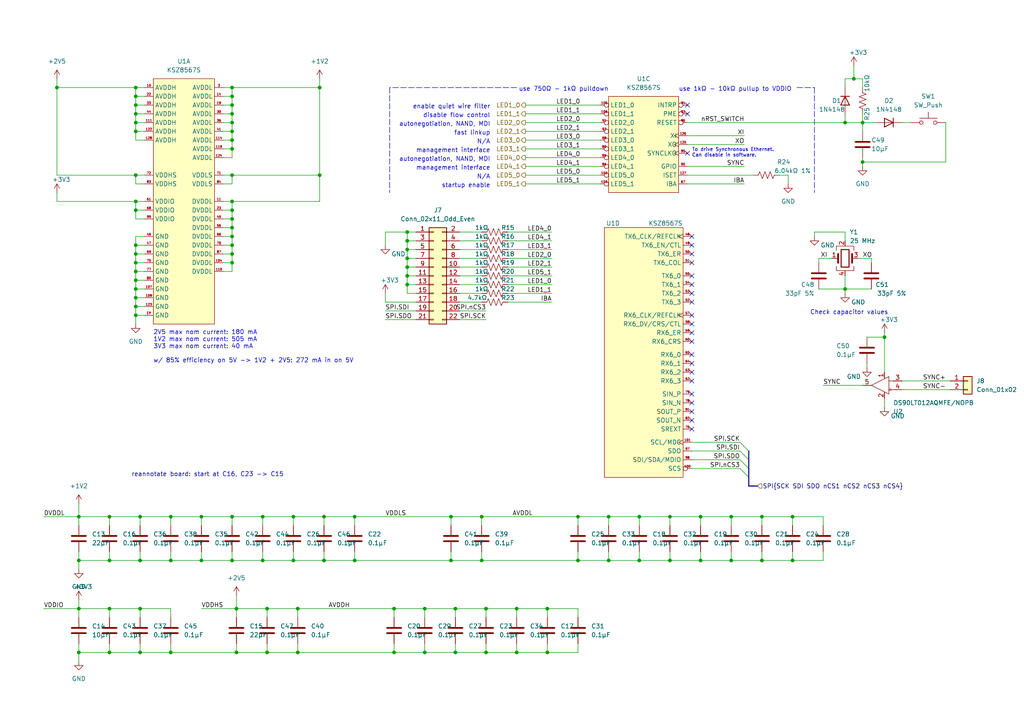
<source format=kicad_sch>
(kicad_sch (version 20211123) (generator eeschema)
  (paper "A4")
  (junction (at 92.71 25.4))
  (junction (at 39.37 33.02))
  (junction (at 76.2 162.56))
  (junction (at 149.86 176.53))
  (junction (at 67.31 58.42))
  (junction (at 176.53 149.86))
  (junction (at 40.64 176.53))
  (junction (at 139.7 149.86))
  (junction (at 39.37 35.56))
  (junction (at 68.58 176.53))
  (junction (at 140.97 189.23))
  (junction (at 67.31 38.1))
  (junction (at 67.31 40.64))
  (junction (at 212.09 149.86))
  (junction (at 132.08 176.53))
  (junction (at 140.97 176.53))
  (junction (at 39.37 50.8))
  (junction (at 118.11 74.93))
  (junction (at 67.31 68.58))
  (junction (at 85.09 149.86))
  (junction (at 67.31 71.12))
  (junction (at 39.37 58.42))
  (junction (at 39.37 27.94))
  (junction (at 118.11 67.31))
  (junction (at 167.64 149.86))
  (junction (at 93.98 149.86))
  (junction (at 229.87 162.56))
  (junction (at 194.31 162.56))
  (junction (at 22.86 189.23))
  (junction (at 58.42 162.56))
  (junction (at 158.75 189.23))
  (junction (at 77.47 176.53))
  (junction (at 132.08 189.23))
  (junction (at 39.37 25.4))
  (junction (at 31.75 176.53))
  (junction (at 39.37 30.48))
  (junction (at 39.37 88.9))
  (junction (at 250.19 46.99))
  (junction (at 39.37 81.28))
  (junction (at 67.31 66.04))
  (junction (at 39.37 71.12))
  (junction (at 67.31 25.4))
  (junction (at 130.81 162.56))
  (junction (at 167.64 162.56))
  (junction (at 185.42 149.86))
  (junction (at 149.86 189.23))
  (junction (at 102.87 162.56))
  (junction (at 114.3 176.53))
  (junction (at 77.47 189.23))
  (junction (at 39.37 60.96))
  (junction (at 67.31 33.02))
  (junction (at 245.11 35.56))
  (junction (at 185.42 162.56))
  (junction (at 118.11 82.55))
  (junction (at 22.86 162.56))
  (junction (at 49.53 149.86))
  (junction (at 118.11 80.01))
  (junction (at 39.37 78.74))
  (junction (at 22.86 176.53))
  (junction (at 67.31 60.96))
  (junction (at 40.64 189.23))
  (junction (at 118.11 72.39))
  (junction (at 40.64 149.86))
  (junction (at 67.31 73.66))
  (junction (at 39.37 83.82))
  (junction (at 86.36 189.23))
  (junction (at 67.31 149.86))
  (junction (at 220.98 162.56))
  (junction (at 86.36 176.53))
  (junction (at 123.19 176.53))
  (junction (at 67.31 35.56))
  (junction (at 58.42 149.86))
  (junction (at 39.37 86.36))
  (junction (at 256.54 97.79))
  (junction (at 139.7 162.56))
  (junction (at 176.53 162.56))
  (junction (at 67.31 27.94))
  (junction (at 31.75 149.86))
  (junction (at 229.87 149.86))
  (junction (at 31.75 189.23))
  (junction (at 93.98 162.56))
  (junction (at 203.2 149.86))
  (junction (at 49.53 162.56))
  (junction (at 130.81 149.86))
  (junction (at 40.64 162.56))
  (junction (at 220.98 149.86))
  (junction (at 22.86 149.86))
  (junction (at 123.19 189.23))
  (junction (at 158.75 176.53))
  (junction (at 39.37 38.1))
  (junction (at 39.37 73.66))
  (junction (at 102.87 149.86))
  (junction (at 245.11 83.82))
  (junction (at 247.65 22.86))
  (junction (at 16.51 25.4))
  (junction (at 67.31 30.48))
  (junction (at 39.37 76.2))
  (junction (at 49.53 189.23))
  (junction (at 212.09 162.56))
  (junction (at 68.58 189.23))
  (junction (at 118.11 77.47))
  (junction (at 76.2 149.86))
  (junction (at 92.71 50.8))
  (junction (at 203.2 162.56))
  (junction (at 67.31 43.18))
  (junction (at 67.31 63.5))
  (junction (at 31.75 162.56))
  (junction (at 85.09 162.56))
  (junction (at 118.11 69.85))
  (junction (at 250.19 35.56))
  (junction (at 114.3 189.23))
  (junction (at 67.31 162.56))
  (junction (at 194.31 149.86))
  (junction (at 67.31 76.2))
  (junction (at 39.37 91.44))
  (junction (at 67.31 50.8))
  (no_connect (at 199.39 30.48))
  (no_connect (at 199.39 33.02))
  (no_connect (at 199.39 44.45))
  (no_connect (at 200.66 71.12))
  (no_connect (at 200.66 68.58))
  (no_connect (at 200.66 76.2))
  (no_connect (at 200.66 80.01))
  (no_connect (at 200.66 124.46))
  (no_connect (at 200.66 73.66))
  (no_connect (at 200.66 110.49))
  (no_connect (at 200.66 114.3))
  (no_connect (at 200.66 116.84))
  (no_connect (at 200.66 119.38))
  (no_connect (at 200.66 121.92))
  (no_connect (at 200.66 96.52))
  (no_connect (at 200.66 99.06))
  (no_connect (at 200.66 102.87))
  (no_connect (at 200.66 105.41))
  (no_connect (at 200.66 107.95))
  (no_connect (at 200.66 82.55))
  (no_connect (at 200.66 85.09))
  (no_connect (at 200.66 87.63))
  (no_connect (at 200.66 91.44))
  (no_connect (at 200.66 93.98))
  (bus_entry (at 214.63 130.81) (size 2.54 2.54))
  (bus_entry (at 214.63 128.27) (size 2.54 2.54))
  (bus_entry (at 214.63 133.35) (size 2.54 2.54))
  (bus_entry (at 214.63 135.89) (size 2.54 2.54))
  (wire (pts (xy 199.39 35.56) (xy 245.11 35.56)))
  (wire (pts (xy 40.64 149.86) (xy 49.53 149.86)))
  (wire (pts (xy 41.91 58.42) (xy 39.37 58.42)))
  (wire (pts (xy 39.37 40.64) (xy 41.91 40.64)))
  (wire (pts (xy 152.4 35.56) (xy 173.99 35.56)))
  (wire (pts (xy 158.75 189.23) (xy 149.86 189.23)))
  (wire (pts (xy 111.76 92.71) (xy 120.65 92.71)))
  (wire (pts (xy 12.7 176.53) (xy 22.86 176.53)))
  (wire (pts (xy 220.98 162.56) (xy 229.87 162.56)))
  (wire (pts (xy 67.31 68.58) (xy 67.31 66.04)))
  (wire (pts (xy 31.75 176.53) (xy 31.75 179.07)))
  (wire (pts (xy 77.47 186.69) (xy 77.47 189.23)))
  (wire (pts (xy 68.58 176.53) (xy 77.47 176.53)))
  (wire (pts (xy 132.08 176.53) (xy 140.97 176.53)))
  (wire (pts (xy 176.53 149.86) (xy 185.42 149.86)))
  (wire (pts (xy 123.19 176.53) (xy 123.19 179.07)))
  (wire (pts (xy 118.11 72.39) (xy 118.11 74.93)))
  (wire (pts (xy 152.4 48.26) (xy 173.99 48.26)))
  (wire (pts (xy 58.42 160.02) (xy 58.42 162.56)))
  (wire (pts (xy 39.37 73.66) (xy 39.37 76.2)))
  (wire (pts (xy 76.2 149.86) (xy 85.09 149.86)))
  (wire (pts (xy 16.51 50.8) (xy 39.37 50.8)))
  (wire (pts (xy 245.11 22.86) (xy 247.65 22.86)))
  (wire (pts (xy 140.97 186.69) (xy 140.97 189.23)))
  (wire (pts (xy 67.31 63.5) (xy 67.31 60.96)))
  (polyline (pts (xy 351.79 71.12) (xy 351.79 69.85)) (stroke (width 0) (type solid) (color 194 0 194 1)))
  (wire (pts (xy 118.11 74.93) (xy 120.65 74.93)))
  (wire (pts (xy 133.35 92.71) (xy 140.97 92.71)))
  (wire (pts (xy 118.11 67.31) (xy 118.11 69.85)))
  (wire (pts (xy 245.11 22.86) (xy 245.11 25.4)))
  (wire (pts (xy 39.37 63.5) (xy 41.91 63.5)))
  (wire (pts (xy 194.31 160.02) (xy 194.31 162.56)))
  (wire (pts (xy 64.77 58.42) (xy 67.31 58.42)))
  (wire (pts (xy 58.42 149.86) (xy 58.42 152.4)))
  (wire (pts (xy 92.71 58.42) (xy 92.71 50.8)))
  (wire (pts (xy 67.31 149.86) (xy 76.2 149.86)))
  (wire (pts (xy 194.31 149.86) (xy 203.2 149.86)))
  (wire (pts (xy 199.39 39.37) (xy 215.9 39.37)))
  (wire (pts (xy 22.86 162.56) (xy 22.86 165.1)))
  (wire (pts (xy 31.75 186.69) (xy 31.75 189.23)))
  (wire (pts (xy 68.58 172.72) (xy 68.58 176.53)))
  (wire (pts (xy 16.51 25.4) (xy 16.51 50.8)))
  (wire (pts (xy 67.31 38.1) (xy 67.31 40.64)))
  (wire (pts (xy 49.53 189.23) (xy 40.64 189.23)))
  (wire (pts (xy 111.76 90.17) (xy 120.65 90.17)))
  (wire (pts (xy 229.87 149.86) (xy 229.87 152.4)))
  (wire (pts (xy 67.31 40.64) (xy 67.31 43.18)))
  (wire (pts (xy 39.37 83.82) (xy 41.91 83.82)))
  (wire (pts (xy 132.08 189.23) (xy 123.19 189.23)))
  (wire (pts (xy 250.19 33.02) (xy 250.19 35.56)))
  (wire (pts (xy 64.77 45.72) (xy 67.31 45.72)))
  (wire (pts (xy 118.11 80.01) (xy 120.65 80.01)))
  (wire (pts (xy 39.37 38.1) (xy 41.91 38.1)))
  (wire (pts (xy 132.08 176.53) (xy 132.08 179.07)))
  (wire (pts (xy 39.37 81.28) (xy 41.91 81.28)))
  (wire (pts (xy 68.58 189.23) (xy 68.58 186.69)))
  (wire (pts (xy 152.4 53.34) (xy 173.99 53.34)))
  (wire (pts (xy 22.86 176.53) (xy 22.86 179.07)))
  (wire (pts (xy 67.31 43.18) (xy 64.77 43.18)))
  (polyline (pts (xy 365.76 69.85) (xy 365.76 71.12)) (stroke (width 0) (type solid) (color 194 0 194 1)))
  (wire (pts (xy 158.75 176.53) (xy 167.64 176.53)))
  (wire (pts (xy 237.49 74.93) (xy 241.3 74.93)))
  (wire (pts (xy 111.76 87.63) (xy 120.65 87.63)))
  (wire (pts (xy 149.86 186.69) (xy 149.86 189.23)))
  (wire (pts (xy 114.3 186.69) (xy 114.3 189.23)))
  (wire (pts (xy 238.76 162.56) (xy 238.76 160.02)))
  (wire (pts (xy 167.64 186.69) (xy 167.64 189.23)))
  (wire (pts (xy 31.75 160.02) (xy 31.75 162.56)))
  (wire (pts (xy 67.31 45.72) (xy 67.31 43.18)))
  (wire (pts (xy 229.87 162.56) (xy 229.87 160.02)))
  (wire (pts (xy 58.42 162.56) (xy 49.53 162.56)))
  (wire (pts (xy 67.31 60.96) (xy 67.31 58.42)))
  (wire (pts (xy 220.98 162.56) (xy 212.09 162.56)))
  (wire (pts (xy 85.09 162.56) (xy 93.98 162.56)))
  (wire (pts (xy 67.31 35.56) (xy 67.31 38.1)))
  (wire (pts (xy 64.77 27.94) (xy 67.31 27.94)))
  (wire (pts (xy 67.31 78.74) (xy 67.31 76.2)))
  (wire (pts (xy 39.37 27.94) (xy 39.37 30.48)))
  (wire (pts (xy 133.35 80.01) (xy 139.7 80.01)))
  (polyline (pts (xy 365.76 71.12) (xy 351.79 71.12)) (stroke (width 0) (type solid) (color 194 0 194 1)))
  (wire (pts (xy 123.19 176.53) (xy 132.08 176.53)))
  (wire (pts (xy 39.37 88.9) (xy 41.91 88.9)))
  (wire (pts (xy 149.86 176.53) (xy 158.75 176.53)))
  (wire (pts (xy 22.86 189.23) (xy 22.86 186.69)))
  (wire (pts (xy 64.77 53.34) (xy 67.31 53.34)))
  (wire (pts (xy 200.66 135.89) (xy 214.63 135.89)))
  (wire (pts (xy 158.75 176.53) (xy 158.75 179.07)))
  (wire (pts (xy 118.11 67.31) (xy 111.76 67.31)))
  (wire (pts (xy 64.77 33.02) (xy 67.31 33.02)))
  (wire (pts (xy 245.11 69.85) (xy 245.11 67.31)))
  (wire (pts (xy 40.64 149.86) (xy 40.64 152.4)))
  (wire (pts (xy 185.42 149.86) (xy 185.42 152.4)))
  (wire (pts (xy 67.31 160.02) (xy 67.31 162.56)))
  (wire (pts (xy 67.31 25.4) (xy 92.71 25.4)))
  (wire (pts (xy 237.49 76.2) (xy 237.49 74.93)))
  (wire (pts (xy 67.31 50.8) (xy 64.77 50.8)))
  (wire (pts (xy 274.32 35.56) (xy 274.32 46.99)))
  (wire (pts (xy 39.37 91.44) (xy 41.91 91.44)))
  (wire (pts (xy 152.4 43.18) (xy 173.99 43.18)))
  (wire (pts (xy 245.11 80.01) (xy 245.11 83.82)))
  (wire (pts (xy 76.2 162.56) (xy 67.31 162.56)))
  (wire (pts (xy 133.35 77.47) (xy 139.7 77.47)))
  (wire (pts (xy 133.35 74.93) (xy 139.7 74.93)))
  (wire (pts (xy 67.31 33.02) (xy 67.31 35.56)))
  (wire (pts (xy 67.31 73.66) (xy 67.31 71.12)))
  (wire (pts (xy 114.3 176.53) (xy 114.3 179.07)))
  (wire (pts (xy 22.86 146.05) (xy 22.86 149.86)))
  (wire (pts (xy 140.97 176.53) (xy 149.86 176.53)))
  (wire (pts (xy 67.31 30.48) (xy 67.31 33.02)))
  (wire (pts (xy 85.09 152.4) (xy 85.09 149.86)))
  (wire (pts (xy 93.98 162.56) (xy 93.98 160.02)))
  (wire (pts (xy 49.53 160.02) (xy 49.53 162.56)))
  (wire (pts (xy 39.37 71.12) (xy 39.37 73.66)))
  (wire (pts (xy 39.37 27.94) (xy 41.91 27.94)))
  (wire (pts (xy 140.97 176.53) (xy 140.97 179.07)))
  (wire (pts (xy 199.39 41.91) (xy 215.9 41.91)))
  (wire (pts (xy 147.32 74.93) (xy 160.02 74.93)))
  (wire (pts (xy 85.09 160.02) (xy 85.09 162.56)))
  (wire (pts (xy 212.09 160.02) (xy 212.09 162.56)))
  (wire (pts (xy 237.49 83.82) (xy 245.11 83.82)))
  (wire (pts (xy 67.31 73.66) (xy 64.77 73.66)))
  (wire (pts (xy 118.11 80.01) (xy 118.11 82.55)))
  (wire (pts (xy 39.37 83.82) (xy 39.37 86.36)))
  (wire (pts (xy 31.75 149.86) (xy 40.64 149.86)))
  (wire (pts (xy 118.11 82.55) (xy 118.11 85.09)))
  (wire (pts (xy 152.4 38.1) (xy 173.99 38.1)))
  (wire (pts (xy 250.19 35.56) (xy 254 35.56)))
  (wire (pts (xy 167.64 189.23) (xy 158.75 189.23)))
  (wire (pts (xy 39.37 73.66) (xy 41.91 73.66)))
  (wire (pts (xy 67.31 25.4) (xy 67.31 27.94)))
  (wire (pts (xy 229.87 149.86) (xy 220.98 149.86)))
  (wire (pts (xy 85.09 162.56) (xy 76.2 162.56)))
  (wire (pts (xy 67.31 162.56) (xy 58.42 162.56)))
  (wire (pts (xy 67.31 66.04) (xy 64.77 66.04)))
  (wire (pts (xy 226.06 50.8) (xy 228.6 50.8)))
  (wire (pts (xy 167.64 149.86) (xy 167.64 152.4)))
  (wire (pts (xy 245.11 85.09) (xy 245.11 83.82)))
  (wire (pts (xy 16.51 22.86) (xy 16.51 25.4)))
  (wire (pts (xy 236.22 67.31) (xy 236.22 68.58)))
  (wire (pts (xy 39.37 78.74) (xy 41.91 78.74)))
  (wire (pts (xy 130.81 149.86) (xy 139.7 149.86)))
  (wire (pts (xy 140.97 189.23) (xy 132.08 189.23)))
  (wire (pts (xy 39.37 76.2) (xy 41.91 76.2)))
  (wire (pts (xy 147.32 69.85) (xy 160.02 69.85)))
  (wire (pts (xy 49.53 162.56) (xy 40.64 162.56)))
  (wire (pts (xy 40.64 160.02) (xy 40.64 162.56)))
  (wire (pts (xy 39.37 33.02) (xy 39.37 35.56)))
  (wire (pts (xy 123.19 189.23) (xy 114.3 189.23)))
  (wire (pts (xy 64.77 30.48) (xy 67.31 30.48)))
  (wire (pts (xy 86.36 186.69) (xy 86.36 189.23)))
  (wire (pts (xy 200.66 130.81) (xy 214.63 130.81)))
  (wire (pts (xy 39.37 50.8) (xy 41.91 50.8)))
  (wire (pts (xy 139.7 162.56) (xy 167.64 162.56)))
  (wire (pts (xy 102.87 152.4) (xy 102.87 149.86)))
  (wire (pts (xy 147.32 87.63) (xy 160.02 87.63)))
  (wire (pts (xy 176.53 160.02) (xy 176.53 162.56)))
  (wire (pts (xy 76.2 149.86) (xy 76.2 152.4)))
  (wire (pts (xy 194.31 162.56) (xy 185.42 162.56)))
  (wire (pts (xy 264.16 35.56) (xy 261.62 35.56)))
  (wire (pts (xy 16.51 55.88) (xy 16.51 58.42)))
  (wire (pts (xy 41.91 68.58) (xy 39.37 68.58)))
  (wire (pts (xy 133.35 90.17) (xy 140.97 90.17)))
  (wire (pts (xy 49.53 149.86) (xy 58.42 149.86)))
  (wire (pts (xy 158.75 186.69) (xy 158.75 189.23)))
  (wire (pts (xy 16.51 25.4) (xy 39.37 25.4)))
  (wire (pts (xy 245.11 35.56) (xy 250.19 35.56)))
  (wire (pts (xy 39.37 58.42) (xy 39.37 60.96)))
  (wire (pts (xy 139.7 149.86) (xy 167.64 149.86)))
  (wire (pts (xy 118.11 72.39) (xy 120.65 72.39)))
  (wire (pts (xy 139.7 160.02) (xy 139.7 162.56)))
  (bus (pts (xy 217.17 140.97) (xy 219.71 140.97)))
  (polyline (pts (xy 236.22 25.4) (xy 236.22 55.88)))
  (wire (pts (xy 64.77 76.2) (xy 67.31 76.2)))
  (wire (pts (xy 49.53 149.86) (xy 49.53 152.4)))
  (wire (pts (xy 245.11 67.31) (xy 236.22 67.31)))
  (wire (pts (xy 247.65 22.86) (xy 250.19 22.86)))
  (wire (pts (xy 247.65 19.05) (xy 247.65 22.86)))
  (wire (pts (xy 86.36 176.53) (xy 86.36 179.07)))
  (wire (pts (xy 147.32 85.09) (xy 160.02 85.09)))
  (wire (pts (xy 92.71 25.4) (xy 92.71 50.8)))
  (wire (pts (xy 31.75 162.56) (xy 22.86 162.56)))
  (wire (pts (xy 118.11 77.47) (xy 120.65 77.47)))
  (wire (pts (xy 111.76 67.31) (xy 111.76 71.12)))
  (wire (pts (xy 31.75 189.23) (xy 22.86 189.23)))
  (wire (pts (xy 93.98 149.86) (xy 85.09 149.86)))
  (wire (pts (xy 102.87 149.86) (xy 130.81 149.86)))
  (wire (pts (xy 39.37 30.48) (xy 39.37 33.02)))
  (polyline (pts (xy 149.86 25.4) (xy 113.03 25.4)))
  (wire (pts (xy 67.31 149.86) (xy 67.31 152.4)))
  (wire (pts (xy 64.77 40.64) (xy 67.31 40.64)))
  (wire (pts (xy 39.37 33.02) (xy 41.91 33.02)))
  (wire (pts (xy 31.75 176.53) (xy 40.64 176.53)))
  (wire (pts (xy 114.3 176.53) (xy 123.19 176.53)))
  (bus (pts (xy 217.17 135.89) (xy 217.17 138.43)))
  (wire (pts (xy 67.31 71.12) (xy 64.77 71.12)))
  (wire (pts (xy 86.36 176.53) (xy 114.3 176.53)))
  (wire (pts (xy 40.64 189.23) (xy 31.75 189.23)))
  (wire (pts (xy 40.64 186.69) (xy 40.64 189.23)))
  (wire (pts (xy 238.76 149.86) (xy 229.87 149.86)))
  (wire (pts (xy 39.37 88.9) (xy 39.37 91.44)))
  (wire (pts (xy 133.35 72.39) (xy 139.7 72.39)))
  (wire (pts (xy 39.37 86.36) (xy 41.91 86.36)))
  (wire (pts (xy 67.31 58.42) (xy 92.71 58.42)))
  (wire (pts (xy 67.31 71.12) (xy 67.31 68.58)))
  (wire (pts (xy 167.64 160.02) (xy 167.64 162.56)))
  (wire (pts (xy 102.87 162.56) (xy 102.87 160.02)))
  (wire (pts (xy 250.19 46.99) (xy 250.19 48.26)))
  (wire (pts (xy 152.4 45.72) (xy 173.99 45.72)))
  (wire (pts (xy 139.7 162.56) (xy 130.81 162.56)))
  (wire (pts (xy 199.39 50.8) (xy 218.44 50.8)))
  (wire (pts (xy 40.64 162.56) (xy 31.75 162.56)))
  (wire (pts (xy 185.42 160.02) (xy 185.42 162.56)))
  (wire (pts (xy 49.53 186.69) (xy 49.53 189.23)))
  (wire (pts (xy 149.86 189.23) (xy 140.97 189.23)))
  (wire (pts (xy 22.86 173.99) (xy 22.86 176.53)))
  (polyline (pts (xy 322.58 64.77) (xy 336.55 64.77)) (stroke (width 0) (type solid) (color 194 0 194 1)))
  (wire (pts (xy 133.35 69.85) (xy 139.7 69.85)))
  (wire (pts (xy 261.62 110.49) (xy 275.59 110.49)))
  (wire (pts (xy 250.19 35.56) (xy 250.19 38.1)))
  (wire (pts (xy 118.11 82.55) (xy 120.65 82.55)))
  (wire (pts (xy 256.54 97.79) (xy 256.54 107.95)))
  (wire (pts (xy 67.31 68.58) (xy 64.77 68.58)))
  (wire (pts (xy 68.58 176.53) (xy 68.58 179.07)))
  (wire (pts (xy 39.37 86.36) (xy 39.37 88.9)))
  (wire (pts (xy 76.2 160.02) (xy 76.2 162.56)))
  (wire (pts (xy 64.77 25.4) (xy 67.31 25.4)))
  (wire (pts (xy 39.37 91.44) (xy 39.37 93.98)))
  (wire (pts (xy 39.37 60.96) (xy 41.91 60.96)))
  (wire (pts (xy 67.31 66.04) (xy 67.31 63.5)))
  (wire (pts (xy 133.35 67.31) (xy 139.7 67.31)))
  (wire (pts (xy 199.39 53.34) (xy 215.9 53.34)))
  (wire (pts (xy 133.35 87.63) (xy 139.7 87.63)))
  (wire (pts (xy 133.35 82.55) (xy 139.7 82.55)))
  (wire (pts (xy 67.31 53.34) (xy 67.31 50.8)))
  (wire (pts (xy 93.98 162.56) (xy 102.87 162.56)))
  (wire (pts (xy 203.2 149.86) (xy 212.09 149.86)))
  (wire (pts (xy 199.39 48.26) (xy 215.9 48.26)))
  (wire (pts (xy 39.37 76.2) (xy 39.37 78.74)))
  (wire (pts (xy 77.47 176.53) (xy 77.47 179.07)))
  (wire (pts (xy 39.37 35.56) (xy 41.91 35.56)))
  (wire (pts (xy 58.42 149.86) (xy 67.31 149.86)))
  (wire (pts (xy 250.19 45.72) (xy 250.19 46.99)))
  (wire (pts (xy 40.64 176.53) (xy 40.64 179.07)))
  (wire (pts (xy 49.53 176.53) (xy 49.53 179.07)))
  (wire (pts (xy 256.54 115.57) (xy 256.54 118.11)))
  (wire (pts (xy 39.37 78.74) (xy 39.37 81.28)))
  (wire (pts (xy 245.11 33.02) (xy 245.11 35.56)))
  (wire (pts (xy 118.11 69.85) (xy 118.11 72.39)))
  (wire (pts (xy 77.47 189.23) (xy 68.58 189.23)))
  (wire (pts (xy 58.42 176.53) (xy 68.58 176.53)))
  (wire (pts (xy 67.31 27.94) (xy 67.31 30.48)))
  (wire (pts (xy 133.35 85.09) (xy 139.7 85.09)))
  (wire (pts (xy 39.37 53.34) (xy 39.37 50.8)))
  (wire (pts (xy 39.37 71.12) (xy 41.91 71.12)))
  (wire (pts (xy 194.31 149.86) (xy 194.31 152.4)))
  (wire (pts (xy 39.37 25.4) (xy 39.37 27.94)))
  (wire (pts (xy 220.98 152.4) (xy 220.98 149.86)))
  (polyline (pts (xy 231.14 25.4) (xy 236.22 25.4)))
  (wire (pts (xy 228.6 50.8) (xy 228.6 53.34)))
  (wire (pts (xy 152.4 50.8) (xy 173.99 50.8)))
  (polyline (pts (xy 351.79 69.85) (xy 365.76 69.85)) (stroke (width 0) (type solid) (color 194 0 194 1)))
  (wire (pts (xy 64.77 78.74) (xy 67.31 78.74)))
  (wire (pts (xy 16.51 58.42) (xy 39.37 58.42)))
  (wire (pts (xy 212.09 149.86) (xy 212.09 152.4)))
  (wire (pts (xy 118.11 77.47) (xy 118.11 80.01)))
  (wire (pts (xy 212.09 149.86) (xy 220.98 149.86)))
  (wire (pts (xy 67.31 50.8) (xy 92.71 50.8)))
  (wire (pts (xy 167.64 149.86) (xy 176.53 149.86)))
  (wire (pts (xy 64.77 35.56) (xy 67.31 35.56)))
  (wire (pts (xy 49.53 189.23) (xy 68.58 189.23)))
  (wire (pts (xy 118.11 74.93) (xy 118.11 77.47)))
  (wire (pts (xy 147.32 82.55) (xy 160.02 82.55)))
  (polyline (pts (xy 336.55 67.31) (xy 322.58 67.31)) (stroke (width 0) (type solid) (color 194 0 194 1)))
  (wire (pts (xy 123.19 186.69) (xy 123.19 189.23)))
  (wire (pts (xy 22.86 149.86) (xy 31.75 149.86)))
  (polyline (pts (xy 336.55 64.77) (xy 336.55 67.31)) (stroke (width 0) (type solid) (color 194 0 194 1)))
  (wire (pts (xy 39.37 81.28) (xy 39.37 83.82)))
  (wire (pts (xy 39.37 38.1) (xy 39.37 40.64)))
  (wire (pts (xy 39.37 30.48) (xy 41.91 30.48)))
  (wire (pts (xy 22.86 149.86) (xy 22.86 152.4)))
  (wire (pts (xy 41.91 25.4) (xy 39.37 25.4)))
  (wire (pts (xy 261.62 113.03) (xy 275.59 113.03)))
  (wire (pts (xy 245.11 83.82) (xy 252.73 83.82)))
  (polyline (pts (xy 113.03 25.4) (xy 113.03 55.88)))
  (wire (pts (xy 120.65 67.31) (xy 118.11 67.31)))
  (wire (pts (xy 212.09 162.56) (xy 203.2 162.56)))
  (wire (pts (xy 102.87 162.56) (xy 130.81 162.56)))
  (wire (pts (xy 86.36 189.23) (xy 77.47 189.23)))
  (wire (pts (xy 92.71 25.4) (xy 92.71 22.86)))
  (polyline (pts (xy 322.58 67.31) (xy 322.58 64.77)) (stroke (width 0) (type solid) (color 194 0 194 1)))
  (wire (pts (xy 118.11 85.09) (xy 120.65 85.09)))
  (wire (pts (xy 252.73 74.93) (xy 252.73 76.2)))
  (wire (pts (xy 77.47 176.53) (xy 86.36 176.53)))
  (wire (pts (xy 250.19 22.86) (xy 250.19 25.4)))
  (wire (pts (xy 39.37 60.96) (xy 39.37 63.5)))
  (wire (pts (xy 203.2 149.86) (xy 203.2 152.4)))
  (wire (pts (xy 130.81 160.02) (xy 130.81 162.56)))
  (wire (pts (xy 167.64 179.07) (xy 167.64 176.53)))
  (bus (pts (xy 217.17 133.35) (xy 217.17 135.89)))
  (wire (pts (xy 93.98 149.86) (xy 93.98 152.4)))
  (wire (pts (xy 139.7 149.86) (xy 139.7 152.4)))
  (wire (pts (xy 39.37 68.58) (xy 39.37 71.12)))
  (wire (pts (xy 118.11 69.85) (xy 120.65 69.85)))
  (wire (pts (xy 12.7 149.86) (xy 22.86 149.86)))
  (wire (pts (xy 41.91 53.34) (xy 39.37 53.34)))
  (wire (pts (xy 147.32 80.01) (xy 160.02 80.01)))
  (wire (pts (xy 203.2 162.56) (xy 194.31 162.56)))
  (wire (pts (xy 39.37 35.56) (xy 39.37 38.1)))
  (wire (pts (xy 111.76 85.09) (xy 111.76 87.63)))
  (wire (pts (xy 147.32 77.47) (xy 160.02 77.47)))
  (wire (pts (xy 238.76 111.76) (xy 250.19 111.76)))
  (wire (pts (xy 152.4 40.64) (xy 173.99 40.64)))
  (wire (pts (xy 147.32 67.31) (xy 160.02 67.31)))
  (wire (pts (xy 152.4 30.48) (xy 173.99 30.48)))
  (wire (pts (xy 149.86 176.53) (xy 149.86 179.07)))
  (bus (pts (xy 217.17 138.43) (xy 217.17 140.97)))
  (wire (pts (xy 251.46 106.68) (xy 251.46 105.41)))
  (wire (pts (xy 248.92 74.93) (xy 252.73 74.93)))
  (wire (pts (xy 176.53 149.86) (xy 176.53 152.4)))
  (wire (pts (xy 22.86 176.53) (xy 31.75 176.53)))
  (wire (pts (xy 185.42 149.86) (xy 194.31 149.86)))
  (wire (pts (xy 31.75 149.86) (xy 31.75 152.4)))
  (wire (pts (xy 147.32 72.39) (xy 160.02 72.39)))
  (wire (pts (xy 176.53 162.56) (xy 167.64 162.56)))
  (wire (pts (xy 229.87 162.56) (xy 238.76 162.56)))
  (wire (pts (xy 130.81 149.86) (xy 130.81 152.4)))
  (wire (pts (xy 22.86 162.56) (xy 22.86 160.02)))
  (wire (pts (xy 200.66 128.27) (xy 214.63 128.27)))
  (wire (pts (xy 220.98 160.02) (xy 220.98 162.56)))
  (wire (pts (xy 86.36 189.23) (xy 114.3 189.23)))
  (wire (pts (xy 67.31 63.5) (xy 64.77 63.5)))
  (wire (pts (xy 185.42 162.56) (xy 176.53 162.56)))
  (wire (pts (xy 64.77 38.1) (xy 67.31 38.1)))
  (wire (pts (xy 132.08 186.69) (xy 132.08 189.23)))
  (wire (pts (xy 102.87 149.86) (xy 93.98 149.86)))
  (wire (pts (xy 40.64 176.53) (xy 49.53 176.53)))
  (bus (pts (xy 217.17 130.81) (xy 217.17 133.35)))
  (wire (pts (xy 22.86 189.23) (xy 22.86 191.77)))
  (wire (pts (xy 67.31 60.96) (xy 64.77 60.96)))
  (wire (pts (xy 200.66 133.35) (xy 214.63 133.35)))
  (wire (pts (xy 238.76 152.4) (xy 238.76 149.86)))
  (wire (pts (xy 256.54 96.52) (xy 256.54 97.79)))
  (wire (pts (xy 67.31 76.2) (xy 67.31 73.66)))
  (wire (pts (xy 251.46 97.79) (xy 256.54 97.79)))
  (wire (pts (xy 152.4 33.02) (xy 173.99 33.02)))
  (wire (pts (xy 203.2 160.02) (xy 203.2 162.56)))
  (wire (pts (xy 274.32 46.99) (xy 250.19 46.99)))
  (text "autonegotiation, NAND, MDI" (at 142.24 36.83 180) (effects (font (size 1.27 1.27)) (justify right bottom)))
  (text "N/A" (at 142.24 41.91 180) (effects (font (size 1.27 1.27)) (justify right bottom)))
  (text "management interface" (at 142.24 44.45 180) (effects (font (size 1.27 1.27)) (justify right bottom)))
  (text "fast linkup" (at 142.24 39.37 180) (effects (font (size 1.27 1.27)) (justify right bottom)))
  (text "management interface" (at 142.24 49.53 180) (effects (font (size 1.27 1.27)) (justify right bottom)))
  (text "Pin				State 0 (active low)		State 1 (default)\n———————————————————————————————————————————————————————————\nLED1_0			en quiet wire			<= not\nLED1_1			dis flow cont.			<= not\nLED2_1			en fast linkup			<= not\nLED5_1			switch startup disabled	<= not\n\nPairs\n———————————————————————————————————————————————————————————\nLED2_0/LED4_0	if LED2_1 == 1\n					0/0: reserved\n					0/1: autoneg. disabled; force 100 Mbps, half duplex; Auto-MDI-X on\n					1/0: NAND tree test mode\n					1/1: autoneg. enabled (default)\n				if LED2_1 == 0\n					0/x: MDI-X mode\n					1/x: MDI mode\nLED4_1/LED3_1	sets management interface mode:\n				0/0: MIIM (MDIO)\n				0/1: I2C\n				1/0: SPI (default)\n\n\n" (at 303.53 107.95 0) (effects (font (size 1.27 1.27)) (justify left bottom)))
  (text "reannotate board: start at C16, C23 -> C15" (at 38.1 138.43 0) (effects (font (size 1.27 1.27)) (justify left bottom)))
  (text "disable flow control" (at 142.24 34.29 180) (effects (font (size 1.27 1.27)) (justify right bottom)))
  (text "2V5 max nom current: 180 mA\n1V2 max nom current: 505 mA\n3V3 max nom current: 40 mA\n\nw/ 85% efficiency on 5V -> 1V2 + 2V5: 272 mA in on 5V\n" (at 44.45 105.41 0) (effects (font (size 1.27 1.27)) (justify left bottom)))
  (text "Usage:\n- enable quiet wire filtering. read more about these settings.\n- maybe disable flow control? don't want to get PAUSEd in flight.\n- don't enable fast linkup. need other end of link to do the same for any benefit.\n\n- use 25 MHz clock.\n\n- watch for \"broadcast storm\" settings. shouldn't receive broadcast packets but don't let this get in the way of high-rate GS uplink.\n- can assign static MAC addresses to ports.\n- can filter packets by source or destination IPv4 address or TCP/UDP port. see ACL filtering.\n- can implement IEEE 1588 Precision Time Protocol! see if RPi supports this for sync---one less wire. inject signal on switch GPIO to get it timestamped.\n- consider board features for NAND tree test (of solder connections).\n- setup in-band management (IBA) with jumper and use SPI to configure a PHY port (from default port 7) for IBA use.\n- find a way to get all rail voltages up at the same time.\n\n- PME pin is intended to wake a system when communication detected. Don't use. \n- INTRP pin is just used for NAND tree test.\n\n- switch has 256 kB packet buffer shared for all ports. \n\n- read more about VLAN." (at 303.53 55.88 0) (effects (font (size 1.27 1.27)) (justify left bottom)))
  (text "To drive Synchronous Ethernet. \nCan disable in software." (at 200.66 45.72 0) (effects (font (size 1 1)) (justify left bottom)))
  (text "autonegotiation, NAND, MDI" (at 142.24 46.99 180) (effects (font (size 1.27 1.27)) (justify right bottom)))
  (text "N/A" (at 142.24 52.07 180) (effects (font (size 1.27 1.27)) (justify right bottom)))
  (text "use 750Ω - 1kΩ pulldown" (at 176.53 26.67 180) (effects (font (size 1.27 1.27)) (justify right bottom)))
  (text "enable quiet wire filter" (at 142.24 31.75 180) (effects (font (size 1.27 1.27)) (justify right bottom)))
  (text "use 1kΩ - 10kΩ pullup to VDDIO" (at 196.85 26.67 0) (effects (font (size 1.27 1.27)) (justify left bottom)))
  (text "Check capacitor values" (at 234.95 91.44 0) (effects (font (size 1.27 1.27)) (justify left bottom)))
  (text "startup enable" (at 142.24 54.61 180) (effects (font (size 1.27 1.27)) (justify right bottom)))
  (label "LED3_1" (at 161.29 43.18 0))
  (label "LED1_0" (at 161.29 30.48 0))
  (label "SPI.SDI" (at 214.63 130.81 180))
  (label "LED3_1" (at 160.02 72.39 180))
  (label "LED4_0" (at 161.29 45.72 0))
  (label "LED4_1" (at 160.02 69.85 180))
  (label "IBA" (at 215.9 53.34 180))
  (label "SYNC" (at 238.76 111.76 0))
  (label "VDDLS" (at 111.76 149.86 0))
  (label "XO" (at 215.9 41.91 180))
  (label "LED3_0" (at 161.29 40.64 0))
  (label "XO" (at 250.19 74.93 0))
  (label "LED5_1" (at 161.29 53.34 0))
  (label "nRST_SWITCH" (at 215.9 35.56 180))
  (label "LED2_0" (at 160.02 74.93 180))
  (label "LED1_0" (at 160.02 82.55 180))
  (label "LED2_0" (at 161.29 35.56 0))
  (label "IBA" (at 160.02 87.63 180))
  (label "LED2_1" (at 161.29 38.1 0))
  (label "XI" (at 240.03 74.93 180))
  (label "LED4_1" (at 161.29 48.26 0))
  (label "LED5_0" (at 161.29 50.8 0))
  (label "LED5_1" (at 160.02 80.01 180))
  (label "LED1_1" (at 160.02 85.09 180))
  (label "DVDDL" (at 12.7 149.86 0))
  (label "SPI.SDO" (at 111.76 92.71 0))
  (label "SPI.SDO" (at 214.63 133.35 180))
  (label "AVDDL" (at 148.59 149.86 0))
  (label "SPI.nCS3" (at 214.63 135.89 180))
  (label "LED1_1" (at 161.29 33.02 0))
  (label "AVDDH" (at 95.25 176.53 0))
  (label "SPI.SCK" (at 140.97 92.71 180))
  (label "SPI.nCS3" (at 140.97 90.17 180))
  (label "SYNC+" (at 274.32 110.49 180))
  (label "SPI.SDI" (at 111.76 90.17 0))
  (label "XI" (at 215.9 39.37 180))
  (label "LED4_0" (at 160.02 67.31 180))
  (label "VDDHS" (at 58.42 176.53 0))
  (label "SYNC" (at 215.9 48.26 180))
  (label "SPI.SCK" (at 214.63 128.27 180))
  (label "SYNC-" (at 274.32 113.03 180))
  (label "LED2_1" (at 160.02 77.47 180))
  (label "VDDIO" (at 12.7 176.53 0))
  (hierarchical_label "LED3_1" (shape output) (at 152.4 43.18 180))
  (hierarchical_label "LED5_1" (shape output) (at 152.4 53.34 180))
  (hierarchical_label "LED3_0" (shape output) (at 152.4 40.64 180))
  (hierarchical_label "LED2_1" (shape output) (at 152.4 38.1 180))
  (hierarchical_label "LED4_0" (shape output) (at 152.4 45.72 180))
  (hierarchical_label "LED4_1" (shape output) (at 152.4 48.26 180))
  (hierarchical_label "LED1_0" (shape output) (at 152.4 30.48 180))
  (hierarchical_label "LED1_1" (shape output) (at 152.4 33.02 180))
  (hierarchical_label "LED5_0" (shape output) (at 152.4 50.8 180))
  (hierarchical_label "LED2_0" (shape output) (at 152.4 35.56 180))
  (hierarchical_label "SPI{SCK SDI SDO nCS1 nCS2 nCS3 nCS4}" (shape input) (at 219.71 140.97 0))
  (symbol (lib_id "Device:R_US") (at 143.51 80.01 90) (unit 1)
    (property "Reference" "R20" (at 147.32 78.74 90))
    (property "Value" "1kΩ" (at 139.7 78.74 90))
    (property "Footprint" "Resistor_SMD:R_0402_1005Metric" (effects hide))
  )
  (symbol (lib_id "Device:C") (at 167.64 182.88 180) (unit 1)
    (property "Reference" "C31" (at 171.45 181.6099 0) (effects (justify right)))
    (property "Value" "0.1µF" (at 171.45 184.1499 0) (effects (justify right)))
    (property "Footprint" "Capacitor_SMD:C_0402_1005Metric" (effects hide))
  )
  (symbol (lib_id "Device:C") (at 238.76 156.21 180) (unit 1)
    (property "Reference" "C28" (at 242.57 154.9399 0) (effects (justify right)))
    (property "Value" "0.1µF" (at 242.57 157.4799 0) (effects (justify right)))
    (property "Footprint" "Capacitor_SMD:C_0402_1005Metric" (effects hide))
  )
  (symbol (lib_id "Device:C") (at 132.08 182.88 180) (unit 1)
    (property "Reference" "C27" (at 135.89 181.6099 0) (effects (justify right)))
    (property "Value" "0.1µF" (at 135.89 184.1499 0) (effects (justify right)))
    (property "Footprint" "Capacitor_SMD:C_0402_1005Metric" (effects hide))
  )
  (symbol (lib_id "Device:C") (at 251.46 101.6 180) (unit 1)
    (property "Reference" "C50" (at 242.57 100.33 0) (effects (justify right)))
    (property "Value" "0.1µF" (at 242.57 102.87 0) (effects (justify right)))
    (property "Footprint" "Capacitor_SMD:C_0402_1005Metric" (effects hide))
  )
  (symbol (lib_id "Device:C") (at 220.98 156.21 180) (unit 1)
    (property "Reference" "C21" (at 224.79 154.9399 0) (effects (justify right)))
    (property "Value" "0.1µF" (at 224.79 157.4799 0) (effects (justify right)))
    (property "Footprint" "Capacitor_SMD:C_0402_1005Metric" (effects hide))
  )
  (symbol (lib_id "power:+3V3") (at 247.65 19.05 0) (unit 1)
    (property "Reference" "#PWR034" (effects hide))
    (property "Value" "+3V3" (at 248.92 15.24 0))
  )
  (symbol (lib_id "power:+1V2") (at 92.71 22.86 0) (unit 1)
    (property "Reference" "#PWR028" (effects hide))
    (property "Value" "+1V2" (at 92.71 17.78 0))
  )
  (symbol (lib_id "Device:R_US") (at 143.51 77.47 90) (unit 1)
    (property "Reference" "R19" (at 147.32 76.2 90))
    (property "Value" "1kΩ" (at 139.7 76.2 90))
    (property "Footprint" "Resistor_SMD:R_0402_1005Metric" (effects hide))
  )
  (symbol (lib_id "Device:C") (at 102.87 156.21 180) (unit 1)
    (property "Reference" "C22" (at 106.68 154.9399 0) (effects (justify right)))
    (property "Value" "0.1µF" (at 106.68 157.4799 0) (effects (justify right)))
    (property "Footprint" "Capacitor_SMD:C_0402_1005Metric" (effects hide))
  )
  (symbol (lib_id "Interface_Ethernet:KSZ8567S") (at 186.69 66.04 0) (unit 4)
    (property "Reference" "U1" (at 177.8 64.77 0))
    (property "Value" "KSZ8567S" (at 193.04 64.77 0))
    (property "Footprint" "Package_QFP:TQFP-128-1EP_14x14mm_P0.4mm" (effects hide))
    (property "Datasheet" "https://ww1.microchip.com/downloads/aemDocuments/documents/OTH/ProductDocuments/DataSheets/KSZ8567S-Data-Sheet-DS00002391C.pdf" (effects hide))
    (property "Digikey" "KSZ8567RTXI-CT-ND" (effects hide))
  )
  (symbol (lib_id "Device:R_US") (at 250.19 29.21 180) (unit 1)
    (property "Reference" "R25" (at 251.46 33.02 90))
    (property "Value" "10kΩ" (at 251.46 24.13 90))
    (property "Footprint" "Resistor_SMD:R_0603_1608Metric" (effects hide))
  )
  (symbol (lib_id "Device:R_US") (at 143.51 87.63 90) (unit 1)
    (property "Reference" "R23" (at 147.32 86.36 90))
    (property "Value" "4.7kΩ" (at 138.43 86.36 90))
    (property "Footprint" "Resistor_SMD:R_0402_1005Metric" (effects hide))
  )
  (symbol (lib_id "Device:Crystal_GND24") (at 245.11 74.93 0) (unit 1)
    (property "Reference" "Y1" (at 247.65 67.31 0))
    (property "Value" "25 MHz" (at 250.19 69.85 0))
    (property "Footprint" "Crystal:Crystal_SMD_2016-4Pin_2.0x1.6mm" (effects hide))
    (property "Datasheet" "https://ecsxtal.com/store/pdf/ECX-1637B2.pdf" (effects hide))
    (property "Digikey" "50-ECS-250-10-37B2-CWN-TRCT-ND" (effects hide))
  )
  (symbol (lib_id "power:+2V5") (at 68.58 172.72 0) (unit 1)
    (property "Reference" "#PWR027" (effects hide))
    (property "Value" "+2V5" (at 68.58 167.64 0))
  )
  (symbol (lib_id "Connector_Generic:Conn_01x02") (at 280.67 110.49 0) (unit 1)
    (property "Reference" "J8" (at 283.21 110.4899 0) (effects (justify left)))
    (property "Value" "Conn_01x02" (at 283.21 113.0299 0) (effects (justify left)))
    (property "Footprint" "Connector_PinSocket_2.54mm:PinSocket_1x02_P2.54mm_Vertical" (effects hide))
  )
  (symbol (lib_id "Device:C") (at 77.47 182.88 180) (unit 1)
    (property "Reference" "C47" (at 81.28 181.6099 0) (effects (justify right)))
    (property "Value" "0.1µF" (at 81.28 184.1499 0) (effects (justify right)))
    (property "Footprint" "Capacitor_SMD:C_0402_1005Metric" (effects hide))
  )
  (symbol (lib_id "Device:C") (at 158.75 182.88 180) (unit 1)
    (property "Reference" "C17" (at 162.56 181.6099 0) (effects (justify right)))
    (property "Value" "0.1µF" (at 162.56 184.1499 0) (effects (justify right)))
    (property "Footprint" "Capacitor_SMD:C_0402_1005Metric" (effects hide))
  )
  (symbol (lib_id "Device:C") (at 252.73 80.01 180) (unit 1)
    (property "Reference" "C51" (at 257.81 82.55 0) (effects (justify left)))
    (property "Value" "33pF 5%" (at 262.89 85.09 0) (effects (justify left)))
    (property "Footprint" "Capacitor_SMD:C_0603_1608Metric" (effects hide))
  )
  (symbol (lib_id "Device:C") (at 140.97 182.88 180) (unit 1)
    (property "Reference" "C23" (at 144.78 181.6099 0) (effects (justify right)))
    (property "Value" "0.1µF" (at 144.78 184.1499 0) (effects (justify right)))
    (property "Footprint" "Capacitor_SMD:C_0402_1005Metric" (effects hide))
  )
  (symbol (lib_id "power:GND") (at 111.76 71.12 0) (unit 1)
    (property "Reference" "#PWR029" (effects hide))
    (property "Value" "GND" (at 115.57 73.66 0))
  )
  (symbol (lib_id "power:+3V3") (at 256.54 96.52 0) (unit 1)
    (property "Reference" "#PWR037" (effects hide))
    (property "Value" "+3V3" (at 257.81 92.71 0))
  )
  (symbol (lib_id "Device:C") (at 31.75 156.21 180) (unit 1)
    (property "Reference" "C16" (at 35.56 154.9399 0) (effects (justify right)))
    (property "Value" "0.1µF" (at 35.56 157.4799 0) (effects (justify right)))
    (property "Footprint" "Capacitor_SMD:C_0402_1005Metric" (effects hide))
  )
  (symbol (lib_id "Device:C") (at 68.58 182.88 180) (unit 1)
    (property "Reference" "C15" (at 72.39 181.6099 0) (effects (justify right)))
    (property "Value" "22µF" (at 72.39 184.1499 0) (effects (justify right)))
    (property "Footprint" "Capacitor_SMD:C_0805_2012Metric" (effects hide))
  )
  (symbol (lib_id "Diode:1N4148") (at 245.11 29.21 270) (unit 1)
    (property "Reference" "D1" (at 241.3 29.21 90) (effects (justify left)))
    (property "Value" "1N4148" (at 237.49 31.75 90) (effects (justify left)))
    (property "Footprint" "Diode_SMD:D_SOD-323" (effects hide))
    (property "Datasheet" "https://assets.nexperia.com/documents/data-sheet/1N4148_1N4448.pdf" (effects hide))
  )
  (symbol (lib_id "Device:C") (at 40.64 156.21 180) (unit 1)
    (property "Reference" "C36" (at 44.45 154.9399 0) (effects (justify right)))
    (property "Value" "0.1µF" (at 44.45 157.4799 0) (effects (justify right)))
    (property "Footprint" "Capacitor_SMD:C_0402_1005Metric" (effects hide))
  )
  (symbol (lib_id "Device:C") (at 22.86 156.21 180) (unit 1)
    (property "Reference" "C13" (at 26.67 154.9399 0) (effects (justify right)))
    (property "Value" "22µF" (at 26.67 157.4799 0) (effects (justify right)))
    (property "Footprint" "Capacitor_SMD:C_0805_2012Metric" (effects hide))
  )
  (symbol (lib_id "power:GND") (at 22.86 165.1 0) (unit 1)
    (property "Reference" "#PWR023" (effects hide))
    (property "Value" "GND" (at 22.86 170.18 0))
  )
  (symbol (lib_id "Device:C") (at 86.36 182.88 180) (unit 1)
    (property "Reference" "C40" (at 90.17 181.6099 0) (effects (justify right)))
    (property "Value" "0.1µF" (at 90.17 184.1499 0) (effects (justify right)))
    (property "Footprint" "Capacitor_SMD:C_0402_1005Metric" (effects hide))
  )
  (symbol (lib_id "power:+1V2") (at 22.86 146.05 0) (unit 1)
    (property "Reference" "#PWR022" (effects hide))
    (property "Value" "+1V2" (at 22.86 140.97 0))
  )
  (symbol (lib_id "Device:C") (at 93.98 156.21 180) (unit 1)
    (property "Reference" "C46" (at 97.79 154.9399 0) (effects (justify right)))
    (property "Value" "0.1µF" (at 97.79 157.4799 0) (effects (justify right)))
    (property "Footprint" "Capacitor_SMD:C_0402_1005Metric" (effects hide))
  )
  (symbol (lib_id "power:+3V3") (at 22.86 173.99 0) (unit 1)
    (property "Reference" "#PWR024" (effects hide))
    (property "Value" "+3V3" (at 24.13 170.18 0))
  )
  (symbol (lib_id "Device:R_US") (at 143.51 72.39 90) (unit 1)
    (property "Reference" "R17" (at 147.32 71.12 90))
    (property "Value" "1kΩ" (at 139.7 71.12 90))
    (property "Footprint" "Resistor_SMD:R_0402_1005Metric" (effects hide))
  )
  (symbol (lib_id "Device:C") (at 130.81 156.21 180) (unit 1)
    (property "Reference" "C41" (at 134.62 154.9399 0) (effects (justify right)))
    (property "Value" "0.1µF" (at 134.62 157.4799 0) (effects (justify right)))
    (property "Footprint" "Capacitor_SMD:C_0402_1005Metric" (effects hide))
  )
  (symbol (lib_id "power:GND") (at 236.22 68.58 0) (unit 1)
    (property "Reference" "#PWR032" (effects hide))
    (property "Value" "GND" (at 240.03 71.12 0))
  )
  (symbol (lib_id "Device:C") (at 85.09 156.21 180) (unit 1)
    (property "Reference" "C26" (at 88.9 154.9399 0) (effects (justify right)))
    (property "Value" "0.1µF" (at 88.9 157.4799 0) (effects (justify right)))
    (property "Footprint" "Capacitor_SMD:C_0402_1005Metric" (effects hide))
  )
  (symbol (lib_id "Device:R_US") (at 143.51 82.55 90) (unit 1)
    (property "Reference" "R21" (at 147.32 81.28 90))
    (property "Value" "1kΩ" (at 139.7 81.28 90))
    (property "Footprint" "Resistor_SMD:R_0402_1005Metric" (effects hide))
  )
  (symbol (lib_id "power:GND") (at 245.11 85.09 0) (unit 1)
    (property "Reference" "#PWR033" (effects hide))
    (property "Value" "GND" (at 248.92 87.63 0))
  )
  (symbol (lib_id "Device:C") (at 22.86 182.88 180) (unit 1)
    (property "Reference" "C14" (at 26.67 181.6099 0) (effects (justify right)))
    (property "Value" "10µF" (at 26.67 184.1499 0) (effects (justify right)))
    (property "Footprint" "Capacitor_SMD:C_0805_2012Metric" (effects hide))
  )
  (symbol (lib_id "Interface_Ethernet:KSZ8567S") (at 186.69 27.94 0) (unit 3)
    (property "Reference" "U1" (at 186.69 22.86 0))
    (property "Value" "KSZ8567S" (at 186.69 25.4 0))
    (property "Footprint" "Package_QFP:TQFP-128-1EP_14x14mm_P0.4mm" (effects hide))
    (property "Datasheet" "https://ww1.microchip.com/downloads/aemDocuments/documents/OTH/ProductDocuments/DataSheets/KSZ8567S-Data-Sheet-DS00002391C.pdf" (effects hide))
    (property "Digikey" "KSZ8567RTXI-CT-ND" (effects hide))
  )
  (symbol (lib_id "Device:C") (at 49.53 182.88 180) (unit 1)
    (property "Reference" "C45" (at 53.34 181.6099 0) (effects (justify right)))
    (property "Value" "0.1µF" (at 53.34 184.1499 0) (effects (justify right)))
    (property "Footprint" "Capacitor_SMD:C_0402_1005Metric" (effects hide))
  )
  (symbol (lib_id "Device:C") (at 250.19 41.91 0) (unit 1)
    (property "Reference" "C49" (at 252.73 40.64 0) (effects (justify left)))
    (property "Value" "10µF" (at 252.73 43.18 0) (effects (justify left)))
    (property "Footprint" "Capacitor_SMD:C_0805_2012Metric" (effects hide))
  )
  (symbol (lib_id "power:GND") (at 22.86 191.77 0) (unit 1)
    (property "Reference" "#PWR025" (effects hide))
    (property "Value" "GND" (at 22.86 196.85 0))
  )
  (symbol (lib_id "Device:C") (at 58.42 156.21 180) (unit 1)
    (property "Reference" "C35" (at 62.23 154.9399 0) (effects (justify right)))
    (property "Value" "0.1µF" (at 62.23 157.4799 0) (effects (justify right)))
    (property "Footprint" "Capacitor_SMD:C_0402_1005Metric" (effects hide))
  )
  (symbol (lib_id "Device:C") (at 67.31 156.21 180) (unit 1)
    (property "Reference" "C42" (at 71.12 154.9399 0) (effects (justify right)))
    (property "Value" "0.1µF" (at 71.12 157.4799 0) (effects (justify right)))
    (property "Footprint" "Capacitor_SMD:C_0402_1005Metric" (effects hide))
  )
  (symbol (lib_id "Switch:SW_Push") (at 269.24 35.56 0) (unit 1)
    (property "Reference" "SW1" (at 269.24 27.94 0))
    (property "Value" "SW_Push" (at 269.24 30.48 0))
    (property "Footprint" "Resistor_SMD:R_1206_3216Metric" (effects hide))
    (property "Datasheet" "https://sten-eswitch-13110800-production.s3.amazonaws.com/system/asset/product_line/data_sheet/221/TL3780.pdf" (effects hide))
    (property "Digikey" "EG5393CT-ND" (effects hide))
  )
  (symbol (lib_id "Diode:1N4148") (at 257.81 35.56 180) (unit 1)
    (property "Reference" "D2" (at 257.81 29.21 0))
    (property "Value" "1N4148" (at 257.81 31.75 0))
    (property "Footprint" "Diode_SMD:D_SOD-323" (effects hide))
    (property "Datasheet" "https://assets.nexperia.com/documents/data-sheet/1N4148_1N4448.pdf" (effects hide))
  )
  (symbol (lib_id "Device:C") (at 237.49 80.01 180) (unit 1)
    (property "Reference" "C48" (at 236.22 82.55 0) (effects (justify left)))
    (property "Value" "33pF 5%" (at 236.22 85.09 0) (effects (justify left)))
    (property "Footprint" "Capacitor_SMD:C_0603_1608Metric" (effects hide))
  )
  (symbol (lib_id "Interface_LineDriver:DS90LT012AQMFE{slash}NOPB") (at 257.81 111.76 0) (mirror y) (unit 1)
    (property "Reference" "U2" (at 259.08 119.38 0) (effects (justify right)))
    (property "Value" "DS90LT012AQMFE/NOPB" (at 259.08 116.84 0) (effects (justify right)))
    (property "Footprint" "Package_TO_SOT_SMD:SOT-23-5" (effects hide))
    (property "Datasheet" "https://www.ti.com/lit/ds/symlink/ds90lt012aq-q1.pdf?HQS=dis-dk-null-digikeymode-dsf-pf-null-wwe&ts=1665623025701" (effects hide))
    (property "Digikey" "DS90LT012AQMFE/NOPBCT-ND" (effects hide))
  )
  (symbol (lib_id "Device:C") (at 123.19 182.88 180) (unit 1)
    (property "Reference" "C29" (at 127 181.6099 0) (effects (justify right)))
    (property "Value" "0.1µF" (at 127 184.1499 0) (effects (justify right)))
    (property "Footprint" "Capacitor_SMD:C_0402_1005Metric" (effects hide))
  )
  (symbol (lib_id "power:+3V3") (at 111.76 85.09 0) (unit 1)
    (property "Reference" "#PWR030" (effects hide))
    (property "Value" "+3V3" (at 113.03 81.28 0))
  )
  (symbol (lib_id "power:+2V5") (at 16.51 22.86 0) (unit 1)
    (property "Reference" "#PWR020" (effects hide))
    (property "Value" "+2V5" (at 16.51 17.78 0))
  )
  (symbol (lib_id "power:GND") (at 250.19 48.26 0) (unit 1)
    (property "Reference" "#PWR035" (effects hide))
    (property "Value" "GND" (at 250.19 53.34 0))
  )
  (symbol (lib_id "Device:C") (at 176.53 156.21 180) (unit 1)
    (property "Reference" "C33" (at 180.34 154.9399 0) (effects (justify right)))
    (property "Value" "0.1µF" (at 180.34 157.4799 0) (effects (justify right)))
    (property "Footprint" "Capacitor_SMD:C_0402_1005Metric" (effects hide))
  )
  (symbol (lib_id "power:GND") (at 39.37 93.98 0) (unit 1)
    (property "Reference" "#PWR026" (effects hide))
    (property "Value" "GND" (at 39.37 99.06 0))
  )
  (symbol (lib_id "Device:C") (at 149.86 182.88 180) (unit 1)
    (property "Reference" "C34" (at 153.67 181.6099 0) (effects (justify right)))
    (property "Value" "0.1µF" (at 153.67 184.1499 0) (effects (justify right)))
    (property "Footprint" "Capacitor_SMD:C_0402_1005Metric" (effects hide))
  )
  (symbol (lib_id "Device:C") (at 185.42 156.21 180) (unit 1)
    (property "Reference" "C18" (at 189.23 154.9399 0) (effects (justify right)))
    (property "Value" "0.1µF" (at 189.23 157.4799 0) (effects (justify right)))
    (property "Footprint" "Capacitor_SMD:C_0402_1005Metric" (effects hide))
  )
  (symbol (lib_id "Device:C") (at 167.64 156.21 180) (unit 1)
    (property "Reference" "C25" (at 171.45 154.9399 0) (effects (justify right)))
    (property "Value" "0.1µF" (at 171.45 157.4799 0) (effects (justify right)))
    (property "Footprint" "Capacitor_SMD:C_0402_1005Metric" (effects hide))
  )
  (symbol (lib_id "Device:C") (at 194.31 156.21 180) (unit 1)
    (property "Reference" "C32" (at 198.12 154.9399 0) (effects (justify right)))
    (property "Value" "0.1µF" (at 198.12 157.4799 0) (effects (justify right)))
    (property "Footprint" "Capacitor_SMD:C_0402_1005Metric" (effects hide))
  )
  (symbol (lib_id "Device:C") (at 49.53 156.21 180) (unit 1)
    (property "Reference" "C38" (at 53.34 154.9399 0) (effects (justify right)))
    (property "Value" "0.1µF" (at 53.34 157.4799 0) (effects (justify right)))
    (property "Footprint" "Capacitor_SMD:C_0402_1005Metric" (effects hide))
  )
  (symbol (lib_id "Device:C") (at 31.75 182.88 180) (unit 1)
    (property "Reference" "C43" (at 35.56 181.6099 0) (effects (justify right)))
    (property "Value" "0.1µF" (at 35.56 184.1499 0) (effects (justify right)))
    (property "Footprint" "Capacitor_SMD:C_0402_1005Metric" (effects hide))
  )
  (symbol (lib_id "Device:R_US") (at 143.51 85.09 90) (unit 1)
    (property "Reference" "R22" (at 147.32 83.82 90))
    (property "Value" "1kΩ" (at 139.7 83.82 90))
    (property "Footprint" "Resistor_SMD:R_0402_1005Metric" (effects hide))
  )
  (symbol (lib_id "Device:C") (at 139.7 156.21 180) (unit 1)
    (property "Reference" "C39" (at 143.51 154.9399 0) (effects (justify right)))
    (property "Value" "0.1µF" (at 143.51 157.4799 0) (effects (justify right)))
    (property "Footprint" "Capacitor_SMD:C_0402_1005Metric" (effects hide))
  )
  (symbol (lib_id "Device:R_US") (at 143.51 74.93 90) (unit 1)
    (property "Reference" "R18" (at 147.32 73.66 90))
    (property "Value" "1kΩ" (at 139.7 73.66 90))
    (property "Footprint" "Resistor_SMD:R_0402_1005Metric" (effects hide))
  )
  (symbol (lib_id "Device:C") (at 203.2 156.21 180) (unit 1)
    (property "Reference" "C19" (at 207.01 154.9399 0) (effects (justify right)))
    (property "Value" "0.1µF" (at 207.01 157.4799 0) (effects (justify right)))
    (property "Footprint" "Capacitor_SMD:C_0402_1005Metric" (effects hide))
  )
  (symbol (lib_id "power:+3V3") (at 16.51 55.88 0) (unit 1)
    (property "Reference" "#PWR021" (effects hide))
    (property "Value" "+3V3" (at 17.78 52.07 0))
  )
  (symbol (lib_id "Interface_Ethernet:KSZ8567S") (at 53.34 22.86 0) (unit 1)
    (property "Reference" "U1" (at 53.34 17.78 0))
    (property "Value" "KSZ8567S" (at 53.34 20.32 0))
    (property "Footprint" "Package_QFP:TQFP-128-1EP_14x14mm_P0.4mm" (effects hide))
    (property "Datasheet" "https://ww1.microchip.com/downloads/aemDocuments/documents/OTH/ProductDocuments/DataSheets/KSZ8567S-Data-Sheet-DS00002391C.pdf" (effects hide))
    (property "Digikey" "KSZ8567RTXI-CT-ND" (effects hide))
  )
  (symbol (lib_id "Device:C") (at 114.3 182.88 180) (unit 1)
    (property "Reference" "C20" (at 118.11 181.6099 0) (effects (justify right)))
    (property "Value" "0.1µF" (at 118.11 184.1499 0) (effects (justify right)))
    (property "Footprint" "Capacitor_SMD:C_0402_1005Metric" (effects hide))
  )
  (symbol (lib_id "Device:C") (at 229.87 156.21 180) (unit 1)
    (property "Reference" "C24" (at 233.68 154.9399 0) (effects (justify right)))
    (property "Value" "0.1µF" (at 233.68 157.4799 0) (effects (justify right)))
    (property "Footprint" "Capacitor_SMD:C_0402_1005Metric" (effects hide))
  )
  (symbol (lib_id "Device:C") (at 40.64 182.88 180) (unit 1)
    (property "Reference" "C37" (at 44.45 181.6099 0) (effects (justify right)))
    (property "Value" "0.1µF" (at 44.45 184.1499 0) (effects (justify right)))
    (property "Footprint" "Capacitor_SMD:C_0402_1005Metric" (effects hide))
  )
  (symbol (lib_id "power:GND") (at 251.46 106.68 0) (unit 1)
    (property "Reference" "#PWR036" (effects hide))
    (property "Value" "GND" (at 247.65 109.22 0))
  )
  (symbol (lib_id "power:GND") (at 256.54 118.11 0) (unit 1)
    (property "Reference" "#PWR038" (effects hide))
    (property "Value" "GND" (at 260.35 120.65 0))
  )
  (symbol (lib_id "Device:R_US") (at 143.51 67.31 90) (unit 1)
    (property "Reference" "R15" (at 147.32 66.04 90))
    (property "Value" "1kΩ" (at 139.7 66.04 90))
    (property "Footprint" "Resistor_SMD:R_0402_1005Metric" (effects hide))
  )
  (symbol (lib_id "Device:C") (at 76.2 156.21 180) (unit 1)
    (property "Reference" "C44" (at 80.01 154.9399 0) (effects (justify right)))
    (property "Value" "0.1µF" (at 80.01 157.4799 0) (effects (justify right)))
    (property "Footprint" "Capacitor_SMD:C_0402_1005Metric" (effects hide))
  )
  (symbol (lib_id "Device:C") (at 212.09 156.21 180) (unit 1)
    (property "Reference" "C30" (at 215.9 154.9399 0) (effects (justify right)))
    (property "Value" "0.1µF" (at 215.9 157.4799 0) (effects (justify right)))
    (property "Footprint" "Capacitor_SMD:C_0402_1005Metric" (effects hide))
  )
  (symbol (lib_id "Device:R_US") (at 143.51 69.85 90) (unit 1)
    (property "Reference" "R16" (at 147.32 68.58 90))
    (property "Value" "1kΩ" (at 139.7 68.58 90))
    (property "Footprint" "Resistor_SMD:R_0402_1005Metric" (effects hide))
  )
  (symbol (lib_id "Connector_Generic:Conn_02x11_Odd_Even") (at 125.73 80.01 0) (unit 1)
    (property "Reference" "J7" (at 127 60.96 0))
    (property "Value" "Conn_02x11_Odd_Even" (at 127 63.5 0))
    (property "Footprint" "Connector_PinSocket_2.54mm:PinSocket_2x11_P2.54mm_Vertical" (effects hide))
  )
  (symbol (lib_id "power:GND") (at 228.6 53.34 0) (unit 1)
    (property "Reference" "#PWR031" (effects hide))
    (property "Value" "GND" (at 228.6 58.42 0))
  )
  (symbol (lib_id "Device:R_US") (at 222.25 50.8 90) (unit 1)
    (property "Reference" "R24" (at 227.33 46.99 90))
    (property "Value" "6.04kΩ 1%" (at 229.87 49.53 90))
    (property "Footprint" "Resistor_SMD:R_0603_1608Metric" (effects hide))
  )
)
</source>
